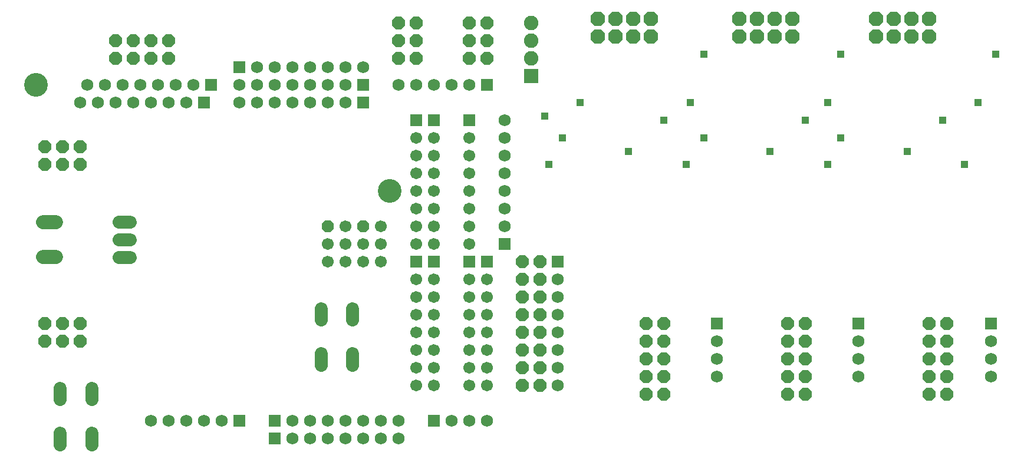
<source format=gbs>
G75*
G70*
%OFA0B0*%
%FSLAX24Y24*%
%IPPOS*%
%LPD*%
%AMOC8*
5,1,8,0,0,1.08239X$1,22.5*
%
%ADD10C,0.1340*%
%ADD11R,0.0680X0.0680*%
%ADD12C,0.0680*%
%ADD13OC8,0.0670*%
%ADD14C,0.0670*%
%ADD15R,0.0670X0.0670*%
%ADD16OC8,0.0820*%
%ADD17R,0.0820X0.0820*%
%ADD18C,0.0820*%
%ADD19OC8,0.0720*%
%ADD20C,0.0790*%
%ADD21C,0.0720*%
%ADD22R,0.0436X0.0436*%
D10*
X021180Y016380D03*
X001180Y022380D03*
D11*
X010680Y021380D03*
X011080Y022380D03*
X012680Y023380D03*
X019680Y022380D03*
X019680Y021380D03*
X026680Y022380D03*
X027680Y013380D03*
X030680Y012380D03*
X039680Y008880D03*
X047680Y008880D03*
X055180Y008880D03*
X023680Y003380D03*
X014680Y003380D03*
X014680Y002380D03*
X012680Y003380D03*
D12*
X011680Y003380D03*
X010680Y003380D03*
X009680Y003380D03*
X008680Y003380D03*
X007680Y003380D03*
X015680Y003380D03*
X016680Y003380D03*
X017680Y003380D03*
X018680Y003380D03*
X019680Y003380D03*
X020680Y003380D03*
X021680Y003380D03*
X021680Y002380D03*
X020680Y002380D03*
X019680Y002380D03*
X018680Y002380D03*
X017680Y002380D03*
X016680Y002380D03*
X015680Y002380D03*
X024680Y003380D03*
X025680Y003380D03*
X026680Y003380D03*
X030680Y005380D03*
X030680Y006380D03*
X030680Y007380D03*
X030680Y008380D03*
X030680Y009380D03*
X030680Y010380D03*
X030680Y011380D03*
X027680Y014380D03*
X027680Y015380D03*
X027680Y016380D03*
X027680Y017380D03*
X027680Y018380D03*
X027680Y019380D03*
X027680Y020380D03*
X025680Y022380D03*
X024680Y022380D03*
X023680Y022380D03*
X022680Y022380D03*
X021680Y022380D03*
X019680Y023380D03*
X018680Y023380D03*
X017680Y023380D03*
X016680Y023380D03*
X015680Y023380D03*
X014680Y023380D03*
X013680Y023380D03*
X013680Y022380D03*
X012680Y022380D03*
X012680Y021380D03*
X013680Y021380D03*
X014680Y021380D03*
X015680Y021380D03*
X016680Y021380D03*
X017680Y021380D03*
X018680Y021380D03*
X018680Y022380D03*
X017680Y022380D03*
X016680Y022380D03*
X015680Y022380D03*
X014680Y022380D03*
X010080Y022380D03*
X009080Y022380D03*
X008080Y022380D03*
X007080Y022380D03*
X006080Y022380D03*
X005080Y022380D03*
X004080Y022380D03*
X003680Y021380D03*
X004680Y021380D03*
X005680Y021380D03*
X006680Y021380D03*
X007680Y021380D03*
X008680Y021380D03*
X009680Y021380D03*
X039680Y007880D03*
X039680Y006880D03*
X039680Y005880D03*
X047680Y005880D03*
X047680Y006880D03*
X047680Y007880D03*
X055180Y007880D03*
X055180Y006880D03*
X055180Y005880D03*
D13*
X019680Y014380D03*
X017680Y014380D03*
D14*
X018680Y014380D03*
X020680Y014380D03*
X020680Y013380D03*
X019680Y013380D03*
X018680Y013380D03*
X017680Y013380D03*
X017680Y012380D03*
X018680Y012380D03*
X019680Y012380D03*
X020680Y012380D03*
X022680Y013380D03*
X023680Y013380D03*
X025680Y013380D03*
X025680Y014380D03*
X025680Y015380D03*
X023680Y015380D03*
X022680Y015380D03*
X022680Y014380D03*
X023680Y014380D03*
X023680Y016380D03*
X022680Y016380D03*
X022680Y017380D03*
X023680Y017380D03*
X025680Y017380D03*
X025680Y016380D03*
X025680Y018380D03*
X025680Y019380D03*
X023680Y019380D03*
X022680Y019380D03*
X022680Y018380D03*
X023680Y018380D03*
X023680Y011380D03*
X022680Y011380D03*
X022680Y010380D03*
X023680Y010380D03*
X023680Y009380D03*
X022680Y009380D03*
X022680Y008380D03*
X023680Y008380D03*
X023680Y007380D03*
X022680Y007380D03*
X022680Y006380D03*
X023680Y006380D03*
X023680Y005380D03*
X022680Y005380D03*
X025680Y005380D03*
X026680Y005380D03*
X026680Y006380D03*
X025680Y006380D03*
X025680Y007380D03*
X026680Y007380D03*
X026680Y008380D03*
X025680Y008380D03*
X025680Y009380D03*
X026680Y009380D03*
X026680Y010380D03*
X025680Y010380D03*
X025680Y011380D03*
X026680Y011380D03*
D15*
X026680Y012380D03*
X025680Y012380D03*
X023680Y012380D03*
X022680Y012380D03*
X022680Y020380D03*
X023680Y020380D03*
X025680Y020380D03*
D16*
X032930Y025130D03*
X033930Y025130D03*
X034930Y025130D03*
X035930Y025130D03*
X035930Y026130D03*
X034930Y026130D03*
X033930Y026130D03*
X032930Y026130D03*
X040930Y026130D03*
X041930Y026130D03*
X042930Y026130D03*
X043930Y026130D03*
X043930Y025130D03*
X042930Y025130D03*
X041930Y025130D03*
X040930Y025130D03*
X048680Y025130D03*
X049680Y025130D03*
X050680Y025130D03*
X051680Y025130D03*
X051680Y026130D03*
X050680Y026130D03*
X049680Y026130D03*
X048680Y026130D03*
D17*
X029180Y022880D03*
D18*
X029180Y023880D03*
X029180Y024880D03*
X029180Y025880D03*
D19*
X026680Y025880D03*
X025680Y025880D03*
X025680Y024880D03*
X026680Y024880D03*
X026680Y023880D03*
X025680Y023880D03*
X022680Y023880D03*
X021680Y023880D03*
X021680Y024880D03*
X022680Y024880D03*
X022680Y025880D03*
X021680Y025880D03*
X008680Y024880D03*
X007680Y024880D03*
X006680Y024880D03*
X005680Y024880D03*
X005680Y023880D03*
X006680Y023880D03*
X007680Y023880D03*
X008680Y023880D03*
X003680Y018880D03*
X002680Y018880D03*
X001680Y018880D03*
X001680Y017880D03*
X002680Y017880D03*
X003680Y017880D03*
X003680Y008880D03*
X002680Y008880D03*
X001680Y008880D03*
X001680Y007880D03*
X002680Y007880D03*
X003680Y007880D03*
X028680Y007380D03*
X029680Y007380D03*
X029680Y008380D03*
X028680Y008380D03*
X028680Y009380D03*
X029680Y009380D03*
X029680Y010380D03*
X028680Y010380D03*
X028680Y011380D03*
X029680Y011380D03*
X029680Y012380D03*
X028680Y012380D03*
X035680Y008880D03*
X036680Y008880D03*
X036680Y007880D03*
X035680Y007880D03*
X035680Y006880D03*
X036680Y006880D03*
X036680Y005880D03*
X035680Y005880D03*
X035680Y004880D03*
X036680Y004880D03*
X043680Y004880D03*
X044680Y004880D03*
X044680Y005880D03*
X043680Y005880D03*
X043680Y006880D03*
X044680Y006880D03*
X044680Y007880D03*
X043680Y007880D03*
X043680Y008880D03*
X044680Y008880D03*
X051680Y008880D03*
X052680Y008880D03*
X052680Y007880D03*
X051680Y007880D03*
X051680Y006880D03*
X052680Y006880D03*
X052680Y005880D03*
X051680Y005880D03*
X051680Y004880D03*
X052680Y004880D03*
X029680Y005380D03*
X028680Y005380D03*
X028680Y006380D03*
X029680Y006380D03*
D20*
X002285Y012646D02*
X001575Y012646D01*
X001575Y014614D02*
X002285Y014614D01*
D21*
X002540Y002670D02*
X002540Y002030D01*
X004320Y002030D02*
X004320Y002670D01*
X004320Y004590D02*
X004320Y005230D01*
X002540Y005230D02*
X002540Y004590D01*
X017290Y006530D02*
X017290Y007170D01*
X019070Y007170D02*
X019070Y006530D01*
X019070Y009090D02*
X019070Y009730D01*
X017290Y009730D02*
X017290Y009090D01*
X006500Y012630D02*
X005860Y012630D01*
X005860Y013630D02*
X006500Y013630D01*
X006500Y014630D02*
X005860Y014630D01*
D22*
X030180Y017880D03*
X030930Y019380D03*
X029930Y020630D03*
X031930Y021380D03*
X034680Y018630D03*
X036680Y020380D03*
X038180Y021380D03*
X038930Y019380D03*
X037930Y017880D03*
X042680Y018630D03*
X044680Y020380D03*
X045930Y021380D03*
X046680Y019380D03*
X045930Y017880D03*
X050430Y018630D03*
X052430Y020380D03*
X054430Y021380D03*
X055430Y024130D03*
X046680Y024130D03*
X038930Y024130D03*
X053680Y017880D03*
M02*

</source>
